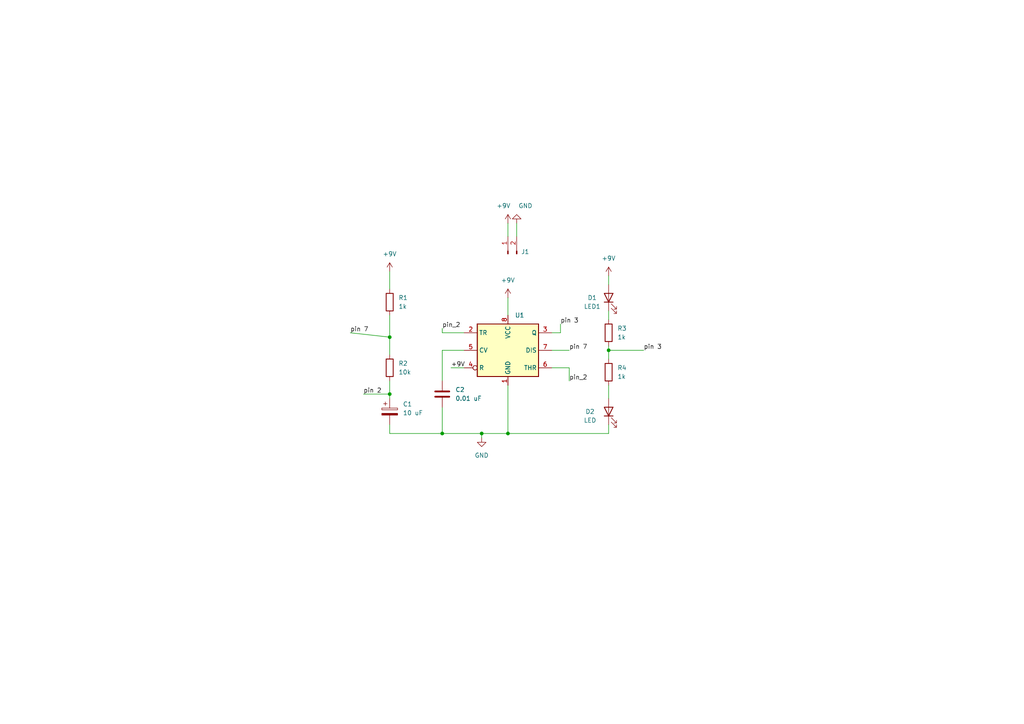
<source format=kicad_sch>
(kicad_sch (version 20211123) (generator eeschema)
  (paper "A4")
  (lib_symbols
    (symbol "Connector:Conn_01x02_Male" (pin_names (offset 1.016) hide)
      (property "Reference" "J" (at 0 2.54 0))
      (property "Value" "Conn_01x02_Male" (at 0 -5.08 0))
      (symbol "Conn_01x02_Male_1_1"
        (polyline (pts (xy 1.27 -2.54) (xy 0.8636 -2.54)) (stroke (width 0.1524)))
        (polyline (pts (xy 1.27 0) (xy 0.8636 0)) (stroke (width 0.1524)))
        (rectangle (start 0.8636 -2.413) (end 0 -2.667) (stroke (width 0.1524)) (fill (type outline)))
        (rectangle (start 0.8636 0.127) (end 0 -0.127) (stroke (width 0.1524)) (fill (type outline)))
        (pin passive line (at 5.08 0 180) (length 3.81) (name "Pin_1") (number "1"))
        (pin passive line (at 5.08 -2.54 180) (length 3.81) (name "Pin_2") (number "2"))
      )
    )
    (symbol "Device:C" (pin_numbers hide) (pin_names (offset 0.254))
      (property "Reference" "C" (at 0.635 2.54 0))
      (property "Value" "C" (at 0.635 -2.54 0))
      (symbol "C_0_1"
        (polyline (pts (xy -2.032 -0.762) (xy 2.032 -0.762)) (stroke (width 0.508)))
        (polyline (pts (xy -2.032 0.762) (xy 2.032 0.762)) (stroke (width 0.508)))
      )
      (symbol "C_1_1"
        (pin passive line (at 0 3.81 270) (length 2.794) (name "~") (number "1"))
        (pin passive line (at 0 -3.81 90) (length 2.794) (name "~") (number "2"))
      )
    )
    (symbol "Device:C_Polarized" (pin_numbers hide) (pin_names (offset 0.254))
      (property "Reference" "C" (at 0.635 2.54 0))
      (property "Value" "C_Polarized" (at 0.635 -2.54 0))
      (symbol "C_Polarized_0_1"
        (rectangle (start -2.286 0.508) (end 2.286 1.016))
        (polyline (pts (xy -1.778 2.286) (xy -0.762 2.286)))
        (polyline (pts (xy -1.27 2.794) (xy -1.27 1.778)))
        (rectangle (start 2.286 -0.508) (end -2.286 -1.016) (fill (type outline)))
      )
      (symbol "C_Polarized_1_1"
        (pin passive line (at 0 3.81 270) (length 2.794) (name "~") (number "1"))
        (pin passive line (at 0 -3.81 90) (length 2.794) (name "~") (number "2"))
      )
    )
    (symbol "Device:LED" (pin_numbers hide) (pin_names (offset 1.016) hide)
      (property "Reference" "D" (at 0 2.54 0))
      (property "Value" "LED" (at 0 -2.54 0))
      (symbol "LED_0_1"
        (polyline (pts (xy -1.27 -1.27) (xy -1.27 1.27)) (stroke (width 0.254)))
        (polyline (pts (xy -1.27 0) (xy 1.27 0)))
        (polyline (pts (xy 1.27 -1.27) (xy 1.27 1.27) (xy -1.27 0) (xy 1.27 -1.27)) (stroke (width 0.254)))
        (polyline (pts (xy -3.048 -0.762) (xy -4.572 -2.286) (xy -3.81 -2.286) (xy -4.572 -2.286) (xy -4.572 -1.524)))
        (polyline (pts (xy -1.778 -0.762) (xy -3.302 -2.286) (xy -2.54 -2.286) (xy -3.302 -2.286) (xy -3.302 -1.524)))
      )
      (symbol "LED_1_1"
        (pin passive line (at -3.81 0 0) (length 2.54) (name "K") (number "1"))
        (pin passive line (at 3.81 0 180) (length 2.54) (name "A") (number "2"))
      )
    )
    (symbol "Device:R" (pin_numbers hide) (pin_names (offset 0))
      (property "Reference" "R" (at 2.032 0 90))
      (property "Value" "R" (at 0 0 90))
      (symbol "R_0_1"
        (rectangle (start -1.016 -2.54) (end 1.016 2.54) (stroke (width 0.254)))
      )
      (symbol "R_1_1"
        (pin passive line (at 0 3.81 270) (length 1.27) (name "~") (number "1"))
        (pin passive line (at 0 -3.81 90) (length 1.27) (name "~") (number "2"))
      )
    )
    (symbol "Timer:NE555D"
      (property "Reference" "U" (at -10.16 8.89 0))
      (property "Value" "NE555D" (at 2.54 8.89 0))
      (symbol "NE555D_0_0"
        (pin power_in line (at 0 -10.16 90) (length 2.54) (name "GND") (number "1"))
        (pin power_in line (at 0 10.16 270) (length 2.54) (name "VCC") (number "8"))
      )
      (symbol "NE555D_0_1"
        (rectangle (start -8.89 -7.62) (end 8.89 7.62) (stroke (width 0.254)) (fill (type background)))
        (rectangle (start -8.89 -7.62) (end 8.89 7.62) (stroke (width 0.254)) (fill (type background)))
      )
      (symbol "NE555D_1_1"
        (pin input line (at -12.7 5.08 0) (length 3.81) (name "TR") (number "2"))
        (pin output line (at 12.7 5.08 180) (length 3.81) (name "Q") (number "3"))
        (pin input inverted (at -12.7 -5.08 0) (length 3.81) (name "R") (number "4"))
        (pin input line (at -12.7 0 0) (length 3.81) (name "CV") (number "5"))
        (pin input line (at 12.7 -5.08 180) (length 3.81) (name "THR") (number "6"))
        (pin input line (at 12.7 0 180) (length 3.81) (name "DIS") (number "7"))
      )
    )
    (symbol "power:+9V" (power) (pin_names (offset 0))
      (property "Value" "+9V" (at 0 3.556 0))
      (symbol "+9V_0_1"
        (polyline (pts (xy -0.762 1.27) (xy 0 2.54)))
        (polyline (pts (xy 0 0) (xy 0 2.54)))
        (polyline (pts (xy 0 2.54) (xy 0.762 1.27)))
      )
      (symbol "+9V_1_1"
        (pin power_in line (at 0 0 90) (length 0) hide (name "+9V") (number "1"))
      )
    )
    (symbol "power:GND" (power) (pin_names (offset 0))
      (property "Value" "GND" (at 0 -3.81 0))
      (symbol "GND_0_1"
        (polyline (pts (xy 0 0) (xy 0 -1.27) (xy 1.27 -1.27) (xy 0 -2.54) (xy -1.27 -1.27) (xy 0 -1.27)))
      )
      (symbol "GND_1_1"
        (pin power_in line (at 0 0 270) (length 0) hide (name "GND") (number "1"))
      )
    )
  )
  (junction (at 113.03 114.3))
  (junction (at 113.03 97.79))
  (junction (at 147.32 125.73))
  (junction (at 128.27 125.73))
  (junction (at 176.53 101.6))
  (junction (at 139.7 125.73))
  (wire (pts (xy 128.27 118.11) (xy 128.27 125.73)))
  (wire (pts (xy 113.03 91.44) (xy 113.03 97.79)))
  (wire (pts (xy 130.81 106.68) (xy 134.62 106.68)))
  (wire (pts (xy 176.53 101.6) (xy 176.53 104.14)))
  (wire (pts (xy 149.86 64.77) (xy 149.86 68.58)))
  (wire (pts (xy 139.7 125.73) (xy 139.7 127)))
  (wire (pts (xy 128.27 95.25) (xy 128.27 96.52)))
  (wire (pts (xy 160.02 96.52) (xy 162.56 96.52)))
  (wire (pts (xy 165.1 106.68) (xy 165.1 110.49)))
  (wire (pts (xy 176.53 111.76) (xy 176.53 115.57)))
  (wire (pts (xy 176.53 125.73) (xy 176.53 123.19)))
  (wire (pts (xy 113.03 125.73) (xy 128.27 125.73)))
  (wire (pts (xy 176.53 101.6) (xy 186.69 101.6)))
  (wire (pts (xy 128.27 125.73) (xy 139.7 125.73)))
  (wire (pts (xy 134.62 101.6) (xy 128.27 101.6)))
  (wire (pts (xy 176.53 80.01) (xy 176.53 82.55)))
  (wire (pts (xy 147.32 86.36) (xy 147.32 91.44)))
  (wire (pts (xy 113.03 114.3) (xy 113.03 115.57)))
  (wire (pts (xy 105.41 114.3) (xy 113.03 114.3)))
  (wire (pts (xy 113.03 97.79) (xy 113.03 102.87)))
  (wire (pts (xy 128.27 101.6) (xy 128.27 110.49)))
  (wire (pts (xy 113.03 110.49) (xy 113.03 114.3)))
  (wire (pts (xy 147.32 111.76) (xy 147.32 125.73)))
  (wire (pts (xy 160.02 106.68) (xy 165.1 106.68)))
  (wire (pts (xy 139.7 125.73) (xy 147.32 125.73)))
  (wire (pts (xy 147.32 125.73) (xy 176.53 125.73)))
  (wire (pts (xy 134.62 96.52) (xy 128.27 96.52)))
  (wire (pts (xy 160.02 101.6) (xy 165.1 101.6)))
  (wire (pts (xy 101.6 96.52) (xy 113.03 97.79)))
  (wire (pts (xy 162.56 93.98) (xy 162.56 96.52)))
  (wire (pts (xy 176.53 100.33) (xy 176.53 101.6)))
  (wire (pts (xy 176.53 90.17) (xy 176.53 92.71)))
  (wire (pts (xy 113.03 78.74) (xy 113.03 83.82)))
  (wire (pts (xy 113.03 123.19) (xy 113.03 125.73)))
  (wire (pts (xy 147.32 64.77) (xy 147.32 68.58)))
  (label "pin 7" (at 101.6 96.52 0))
  (label "pin 3" (at 162.56 93.98 0))
  (label "pin_2" (at 128.27 95.25 0))
  (label "+9V" (at 130.81 106.68 0))
  (label "pin_2" (at 165.1 110.49 0))
  (label "pin 3" (at 186.69 101.6 0))
  (label "pin 2" (at 105.41 114.3 0))
  (label "pin 7" (at 165.1 101.6 0))
  (symbol (lib_id "Device:R") (at 176.53 96.52 0) (unit 1)
    (property "Reference" "R3" (at 179.07 95.2499 0) (effects (justify left)))
    (property "Value" "1k" (at 179.07 97.7899 0) (effects (justify left)))
    (property "Footprint" "Resistor_SMD:R_0805_2012Metric_Pad1.20x1.40mm_HandSolder" (effects hide))
  )
  (symbol (lib_id "power:+9V") (at 147.32 64.77 0) (unit 1)
    (property "Reference" "#PWR01" (effects hide))
    (property "Value" "+9V" (at 146.05 59.69 0))
  )
  (symbol (lib_id "power:+9V") (at 176.53 80.01 0) (unit 1)
    (property "Reference" "#PWR04" (effects hide))
    (property "Value" "+9V" (at 176.53 74.93 0))
  )
  (symbol (lib_id "Timer:NE555D") (at 147.32 101.6 0) (unit 1)
    (property "Reference" "U1" (at 149.3394 91.44 0) (effects (justify left)))
    (property "Value" "NE555D" (effects hide))
    (property "Footprint" "Package_SO:SOIC-8-1EP_3.9x4.9mm_P1.27mm_EP2.29x3mm" (effects hide))
    (property "Datasheet" "http://www.ti.com/lit/ds/symlink/ne555.pdf" (effects hide))
  )
  (symbol (lib_id "power:+9V") (at 113.03 78.74 0) (unit 1)
    (property "Reference" "#PWR03" (effects hide))
    (property "Value" "+9V" (at 113.03 73.66 0))
  )
  (symbol (lib_id "Device:R") (at 113.03 87.63 0) (unit 1)
    (property "Reference" "R1" (at 115.57 86.3599 0) (effects (justify left)))
    (property "Value" "1k" (at 115.57 88.8999 0) (effects (justify left)))
    (property "Footprint" "Resistor_SMD:R_0805_2012Metric_Pad1.20x1.40mm_HandSolder" (effects hide))
  )
  (symbol (lib_id "power:GND") (at 139.7 127 0) (unit 1)
    (property "Reference" "#PWR06" (effects hide))
    (property "Value" "GND" (at 139.7 132.08 0))
  )
  (symbol (lib_id "Device:LED") (at 176.53 119.38 90) (unit 1)
    (property "Reference" "D2" (at 171.1325 119.38 90))
    (property "Value" "LED" (at 171.1325 121.92 90))
    (property "Footprint" "LED_SMD:LED_1206_3216Metric_Pad1.42x1.75mm_HandSolder" (effects hide))
  )
  (symbol (lib_id "power:+9V") (at 147.32 86.36 0) (unit 1)
    (property "Reference" "#PWR05" (effects hide))
    (property "Value" "+9V" (at 147.32 81.28 0))
  )
  (symbol (lib_id "Device:LED") (at 176.53 86.36 90) (unit 1)
    (property "Reference" "LED1" (at 171.7675 88.9 90))
    (property "Value" "D1" (at 171.7675 86.36 90))
    (property "Footprint" "LED_SMD:LED_1206_3216Metric_Pad1.42x1.75mm_HandSolder" (effects hide))
  )
  (symbol (lib_id "Device:R") (at 176.53 107.95 0) (unit 1)
    (property "Reference" "R4" (at 179.07 106.6799 0) (effects (justify left)))
    (property "Value" "1k" (at 179.07 109.2199 0) (effects (justify left)))
    (property "Footprint" "Resistor_SMD:R_0805_2012Metric_Pad1.20x1.40mm_HandSolder" (effects hide))
  )
  (symbol (lib_id "Connector:Conn_01x02_Male") (at 147.32 73.66 90) (unit 1)
    (property "Reference" "J1" (at 151.13 73.0249 90) (effects (justify right)))
    (property "Value" "Conn_01x02_Male" (effects hide))
    (property "Footprint" "TerminalBlock:TerminalBlock_bornier-2_P5.08mm" (effects hide))
  )
  (symbol (lib_id "Device:R") (at 113.03 106.68 0) (unit 1)
    (property "Reference" "R2" (at 115.57 105.4099 0) (effects (justify left)))
    (property "Value" "10k" (at 115.57 107.9499 0) (effects (justify left)))
    (property "Footprint" "Resistor_SMD:R_0805_2012Metric_Pad1.20x1.40mm_HandSolder" (effects hide))
  )
  (symbol (lib_id "Device:C_Polarized") (at 113.03 119.38 0) (unit 1)
    (property "Reference" "C1" (at 116.84 117.2209 0) (effects (justify left)))
    (property "Value" "10 uF" (at 116.84 119.7609 0) (effects (justify left)))
    (property "Footprint" "Capacitor_Tantalum_SMD:CP_EIA-3216-18_Kemet-A_Pad1.58x1.35mm_HandSolder" (effects hide))
  )
  (symbol (lib_id "Device:C") (at 128.27 114.3 0) (unit 1)
    (property "Reference" "C2" (at 132.08 113.0299 0) (effects (justify left)))
    (property "Value" "0.01 uF" (at 132.08 115.5699 0) (effects (justify left)))
    (property "Footprint" "Capacitor_SMD:C_0805_2012Metric_Pad1.18x1.45mm_HandSolder" (effects hide))
  )
  (symbol (lib_id "power:GND") (at 149.86 64.77 0) (mirror x) (unit 1)
    (property "Reference" "#PWR02" (effects hide))
    (property "Value" "GND" (at 152.4 59.69 0))
  )
)
</source>
